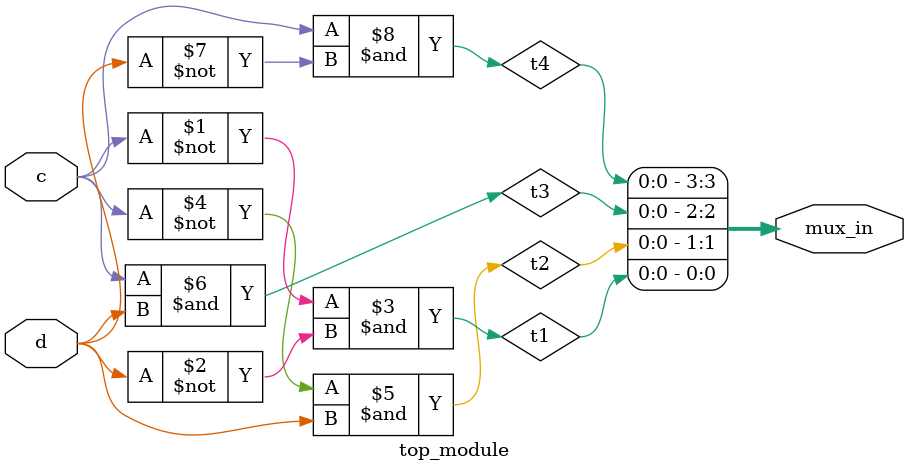
<source format=sv>
module top_module (
    input c,
    input d,
    output [3:0] mux_in
);

wire t1, t2, t3, t4;

assign t1 = ~c & ~d;
assign t2 = ~c & d;
assign t3 = c & d;
assign t4 = c & ~d;

assign mux_in[0] = t1;
assign mux_in[1] = t2;
assign mux_in[2] = t3;
assign mux_in[3] = t4;

endmodule

</source>
